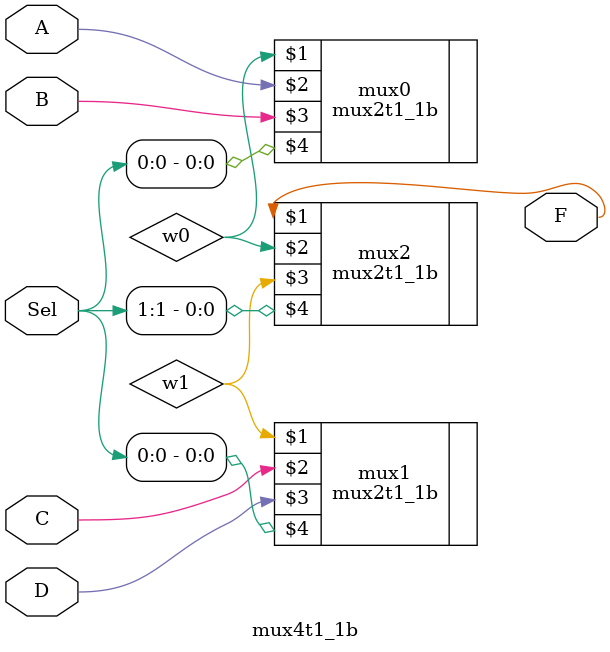
<source format=v>
`include "mux2t1_1b.v"

module mux4t1_1b(
    output wire F,
    input wire A, B, C, D,
    input wire [1:0] Sel
);

    wire w0, w1;

    mux2t1_1b mux0(w0, A, B, Sel[0]);
    mux2t1_1b mux1(w1, C, D, Sel[0]);
    mux2t1_1b mux2(F, w0, w1, Sel[1]);

endmodule

</source>
